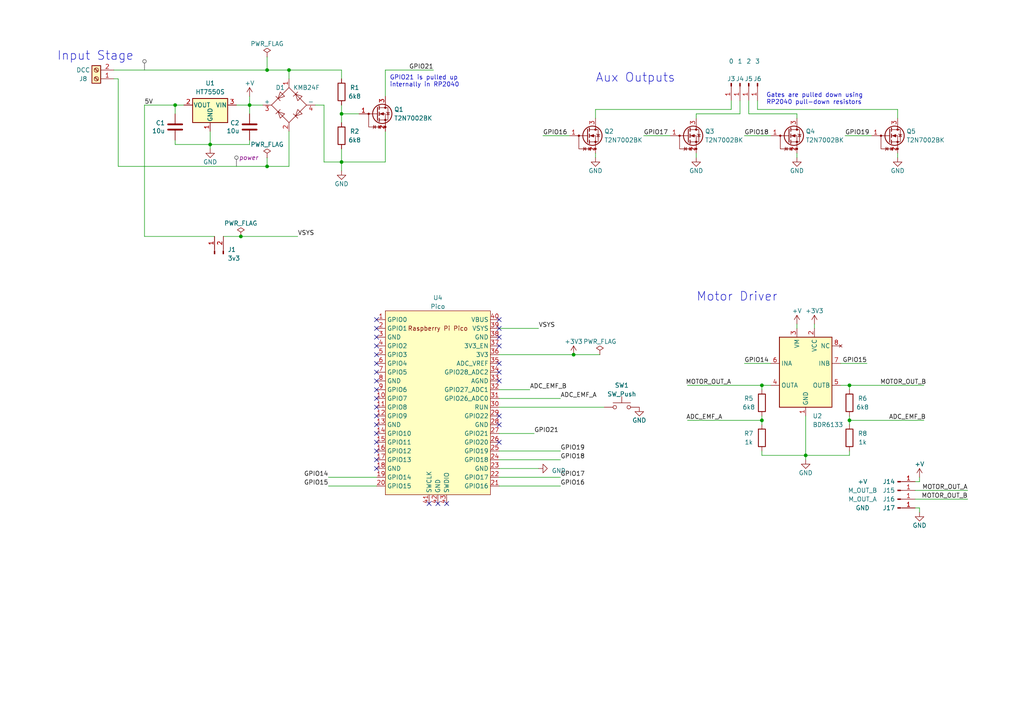
<source format=kicad_sch>
(kicad_sch (version 20230121) (generator eeschema)
  (paper "A4")
  (title_block (title "Pico DCC Decoder") (date "2024-10-26") (rev "1.0"))
  (lib_symbols
    (symbol "+3V3_1" (power) (pin_names (offset 0))
      (property "Value" "+3V3_1" (at 0 3.556 0))
      (symbol "+3V3_1_0_1"
        (polyline (pts (xy -0.762 1.27) (xy 0 2.54)))
        (polyline (pts (xy 0 0) (xy 0 2.54)))
        (polyline (pts (xy 0 2.54) (xy 0.762 1.27)))
      )
      (symbol "+3V3_1_1_1"
        (pin power_in line (at 0 0 90) (length 0) hide (name "+3V3") (number "1"))
      )
    )
    (symbol "Connector:Conn_01x01_Male" (pin_names (offset 1.016) hide)
      (property "Reference" "J" (at 0 2.54 0))
      (property "Value" "Conn_01x01_Male" (at 0 -2.54 0))
      (symbol "Conn_01x01_Male_1_1"
        (polyline (pts (xy 1.27 0) (xy 0.8636 0)) (stroke (width 0.1524)))
        (rectangle (start 0.8636 0.127) (end 0 -0.127) (stroke (width 0.1524)) (fill (type outline)))
        (pin passive line (at 5.08 0 180) (length 3.81) (name "Pin_1") (number "1"))
      )
    )
    (symbol "Connector:Conn_01x02_Pin" (pin_names (offset 1.016) hide)
      (property "Reference" "J" (at 0 2.54 0))
      (property "Value" "Conn_01x02_Pin" (at 0 -5.08 0))
      (symbol "Conn_01x02_Pin_1_1"
        (polyline (pts (xy 1.27 -2.54) (xy 0.8636 -2.54)) (stroke (width 0.1524)))
        (polyline (pts (xy 1.27 0) (xy 0.8636 0)) (stroke (width 0.1524)))
        (rectangle (start 0.8636 -2.413) (end 0 -2.667) (stroke (width 0.1524)) (fill (type outline)))
        (rectangle (start 0.8636 0.127) (end 0 -0.127) (stroke (width 0.1524)) (fill (type outline)))
        (pin passive line (at 5.08 0 180) (length 3.81) (name "Pin_1") (number "1"))
        (pin passive line (at 5.08 -2.54 180) (length 3.81) (name "Pin_2") (number "2"))
      )
    )
    (symbol "Connector:Screw_Terminal_01x02" (pin_names (offset 1.016) hide)
      (property "Reference" "J" (at 0 2.54 0))
      (property "Value" "Screw_Terminal_01x02" (at 0 -5.08 0))
      (symbol "Screw_Terminal_01x02_1_1"
        (rectangle (start -1.27 1.27) (end 1.27 -3.81) (stroke (width 0.254)) (fill (type background)))
        (circle (center 0 -2.54) (radius 0.635) (stroke (width 0.1524)))
        (polyline (pts (xy -0.5334 -2.2098) (xy 0.3302 -3.048)) (stroke (width 0.1524)))
        (polyline (pts (xy -0.5334 0.3302) (xy 0.3302 -0.508)) (stroke (width 0.1524)))
        (polyline (pts (xy -0.3556 -2.032) (xy 0.508 -2.8702)) (stroke (width 0.1524)))
        (polyline (pts (xy -0.3556 0.508) (xy 0.508 -0.3302)) (stroke (width 0.1524)))
        (circle (center 0 0) (radius 0.635) (stroke (width 0.1524)))
        (pin passive line (at -5.08 0 0) (length 3.81) (name "Pin_1") (number "1"))
        (pin passive line (at -5.08 -2.54 0) (length 3.81) (name "Pin_2") (number "2"))
      )
    )
    (symbol "Device:C" (pin_numbers hide) (pin_names (offset 0.254))
      (property "Reference" "C" (at 0.635 2.54 0))
      (property "Value" "C" (at 0.635 -2.54 0))
      (symbol "C_0_1"
        (polyline (pts (xy -2.032 -0.762) (xy 2.032 -0.762)) (stroke (width 0.508)))
        (polyline (pts (xy -2.032 0.762) (xy 2.032 0.762)) (stroke (width 0.508)))
      )
      (symbol "C_1_1"
        (pin passive line (at 0 3.81 270) (length 2.794) (name "~") (number "1"))
        (pin passive line (at 0 -3.81 90) (length 2.794) (name "~") (number "2"))
      )
    )
    (symbol "Device:R" (pin_numbers hide) (pin_names (offset 0))
      (property "Reference" "R" (at 2.032 0 90))
      (property "Value" "R" (at 0 0 90))
      (symbol "R_0_1"
        (rectangle (start -1.016 -2.54) (end 1.016 2.54) (stroke (width 0.254)))
      )
      (symbol "R_1_1"
        (pin passive line (at 0 3.81 270) (length 1.27) (name "~") (number "1"))
        (pin passive line (at 0 -3.81 90) (length 1.27) (name "~") (number "2"))
      )
    )
    (symbol "GND_1" (power) (pin_names (offset 0))
      (property "Value" "GND_1" (at 0 -3.81 0))
      (symbol "GND_1_0_1"
        (polyline (pts (xy 0 0) (xy 0 -1.27) (xy 1.27 -1.27) (xy 0 -2.54) (xy -1.27 -1.27) (xy 0 -1.27)))
      )
      (symbol "GND_1_1_1"
        (pin power_in line (at 0 0 270) (length 0) hide (name "GND") (number "1"))
      )
    )
    (symbol "MCU_RaspberryPi_and_Boards:Pico"
      (property "Reference" "U" (at -13.97 27.94 0))
      (property "Value" "Pico" (at 0 19.05 0))
      (symbol "Pico_0_0"
        (text "Raspberry Pi Pico" (at 0 21.59 0) (effects (font (size 1.27 1.27))))
      )
      (symbol "Pico_0_1"
        (rectangle (start -15.24 26.67) (end 15.24 -26.67) (fill (type background)))
      )
      (symbol "Pico_1_1"
        (pin bidirectional line (at -17.78 24.13 0) (length 2.54) (name "GPIO0") (number "1"))
        (pin bidirectional line (at -17.78 1.27 0) (length 2.54) (name "GPIO7") (number "10"))
        (pin bidirectional line (at -17.78 -1.27 0) (length 2.54) (name "GPIO8") (number "11"))
        (pin bidirectional line (at -17.78 -3.81 0) (length 2.54) (name "GPIO9") (number "12"))
        (pin power_in line (at -17.78 -6.35 0) (length 2.54) (name "GND") (number "13"))
        (pin bidirectional line (at -17.78 -8.89 0) (length 2.54) (name "GPIO10") (number "14"))
        (pin bidirectional line (at -17.78 -11.43 0) (length 2.54) (name "GPIO11") (number "15"))
        (pin bidirectional line (at -17.78 -13.97 0) (length 2.54) (name "GPIO12") (number "16"))
        (pin bidirectional line (at -17.78 -16.51 0) (length 2.54) (name "GPIO13") (number "17"))
        (pin power_in line (at -17.78 -19.05 0) (length 2.54) (name "GND") (number "18"))
        (pin bidirectional line (at -17.78 -21.59 0) (length 2.54) (name "GPIO14") (number "19"))
        (pin bidirectional line (at -17.78 21.59 0) (length 2.54) (name "GPIO1") (number "2"))
        (pin bidirectional line (at -17.78 -24.13 0) (length 2.54) (name "GPIO15") (number "20"))
        (pin bidirectional line (at 17.78 -24.13 180) (length 2.54) (name "GPIO16") (number "21"))
        (pin bidirectional line (at 17.78 -21.59 180) (length 2.54) (name "GPIO17") (number "22"))
        (pin power_in line (at 17.78 -19.05 180) (length 2.54) (name "GND") (number "23"))
        (pin bidirectional line (at 17.78 -16.51 180) (length 2.54) (name "GPIO18") (number "24"))
        (pin bidirectional line (at 17.78 -13.97 180) (length 2.54) (name "GPIO19") (number "25"))
        (pin bidirectional line (at 17.78 -11.43 180) (length 2.54) (name "GPIO20") (number "26"))
        (pin bidirectional line (at 17.78 -8.89 180) (length 2.54) (name "GPIO21") (number "27"))
        (pin power_in line (at 17.78 -6.35 180) (length 2.54) (name "GND") (number "28"))
        (pin bidirectional line (at 17.78 -3.81 180) (length 2.54) (name "GPIO22") (number "29"))
        (pin power_in line (at -17.78 19.05 0) (length 2.54) (name "GND") (number "3"))
        (pin input line (at 17.78 -1.27 180) (length 2.54) (name "RUN") (number "30"))
        (pin bidirectional line (at 17.78 1.27 180) (length 2.54) (name "GPIO26_ADC0") (number "31"))
        (pin bidirectional line (at 17.78 3.81 180) (length 2.54) (name "GPIO27_ADC1") (number "32"))
        (pin power_in line (at 17.78 6.35 180) (length 2.54) (name "AGND") (number "33"))
        (pin bidirectional line (at 17.78 8.89 180) (length 2.54) (name "GPIO28_ADC2") (number "34"))
        (pin power_in line (at 17.78 11.43 180) (length 2.54) (name "ADC_VREF") (number "35"))
        (pin power_in line (at 17.78 13.97 180) (length 2.54) (name "3V3") (number "36"))
        (pin input line (at 17.78 16.51 180) (length 2.54) (name "3V3_EN") (number "37"))
        (pin bidirectional line (at 17.78 19.05 180) (length 2.54) (name "GND") (number "38"))
        (pin power_in line (at 17.78 21.59 180) (length 2.54) (name "VSYS") (number "39"))
        (pin bidirectional line (at -17.78 16.51 0) (length 2.54) (name "GPIO2") (number "4"))
        (pin power_in line (at 17.78 24.13 180) (length 2.54) (name "VBUS") (number "40"))
        (pin input line (at -2.54 -29.21 90) (length 2.54) (name "SWCLK") (number "41"))
        (pin power_in line (at 0 -29.21 90) (length 2.54) (name "GND") (number "42"))
        (pin bidirectional line (at 2.54 -29.21 90) (length 2.54) (name "SWDIO") (number "43"))
        (pin bidirectional line (at -17.78 13.97 0) (length 2.54) (name "GPIO3") (number "5"))
        (pin bidirectional line (at -17.78 11.43 0) (length 2.54) (name "GPIO4") (number "6"))
        (pin bidirectional line (at -17.78 8.89 0) (length 2.54) (name "GPIO5") (number "7"))
        (pin power_in line (at -17.78 6.35 0) (length 2.54) (name "GND") (number "8"))
        (pin bidirectional line (at -17.78 3.81 0) (length 2.54) (name "GPIO6") (number "9"))
      )
    )
    (symbol "RP2040-Decoder_Additional_Symbols:+V" (power) (pin_names (offset 0))
      (property "Value" "+V" (at 0 3.556 0))
      (symbol "+V_0_1"
        (polyline (pts (xy -0.762 1.27) (xy 0 2.54)))
        (polyline (pts (xy 0 0) (xy 0 2.54)))
        (polyline (pts (xy 0 2.54) (xy 0.762 1.27)))
      )
      (symbol "+V_1_1"
        (pin power_in line (at 0 0 90) (length 0) hide (name "+V") (number "1"))
      )
    )
    (symbol "RP2040-Decoder_Additional_Symbols:BDR6133"
      (property "Reference" "U" (at 6.35 11.43 0))
      (property "Value" "BDR6133" (at -10.16 11.43 0))
      (symbol "BDR6133_0_1"
        (rectangle (start -7.62 10.16) (end 7.62 -10.16) (stroke (width 0.254)) (fill (type background)))
      )
      (symbol "BDR6133_1_1"
        (pin power_in line (at 0 -12.7 90) (length 2.54) (name "GND") (number "1"))
        (pin power_in line (at 2.54 12.7 270) (length 2.54) (name "VCC") (number "2"))
        (pin power_in line (at -2.54 12.7 270) (length 2.54) (name "VM") (number "3"))
        (pin output line (at -10.16 -3.81 0) (length 2.54) (name "OUTA") (number "4"))
        (pin output line (at 10.16 -3.81 180) (length 2.54) (name "OUTB") (number "5"))
        (pin input line (at -10.16 2.54 0) (length 2.54) (name "INA") (number "6"))
        (pin input line (at 10.16 2.54 180) (length 2.54) (name "INB") (number "7"))
        (pin no_connect line (at 10.16 7.62 180) (length 2.54) (name "NC") (number "8"))
        (pin passive line (at 0 -12.7 90) (length 2.54) hide (name "GND") (number "9"))
      )
    )
    (symbol "RP2040-Decoder_Additional_Symbols:HT7533S" (pin_names (offset 0.254))
      (property "Reference" "U" (at -3.81 3.175 0))
      (property "Value" "HT7533S" (at 0 3.175 0))
      (symbol "HT7533S_0_1"
        (rectangle (start -5.08 1.905) (end 5.08 -5.08) (stroke (width 0.254)) (fill (type background)))
      )
      (symbol "HT7533S_1_1"
        (pin power_in line (at 0 -7.62 90) (length 2.54) (name "GND") (number "1"))
        (pin power_out line (at 7.62 0 180) (length 2.54) (name "VOUT") (number "2"))
        (pin power_in line (at -7.62 0 0) (length 2.54) (name "VIN") (number "3"))
      )
    )
    (symbol "RP2040-Decoder_Additional_Symbols:KMB24F" (pin_names (offset 0))
      (property "Reference" "D" (at 2.54 6.985 0))
      (property "Value" "KMB24F" (at 2.54 5.08 0))
      (symbol "KMB24F_0_1"
        (polyline (pts (xy -2.54 3.81) (xy -1.27 2.54)))
        (polyline (pts (xy -1.27 -2.54) (xy -2.54 -3.81)))
        (polyline (pts (xy 2.54 -1.27) (xy 3.81 -2.54)))
        (polyline (pts (xy 2.54 1.27) (xy 3.81 2.54)))
        (polyline (pts (xy -3.81 2.54) (xy -2.54 1.27) (xy -1.905 3.175) (xy -3.81 2.54)))
        (polyline (pts (xy -2.54 -1.27) (xy -3.81 -2.54) (xy -1.905 -3.175) (xy -2.54 -1.27)))
        (polyline (pts (xy 1.27 2.54) (xy 2.54 3.81) (xy 3.175 1.905) (xy 1.27 2.54)))
        (polyline (pts (xy 3.175 -1.905) (xy 1.27 -2.54) (xy 2.54 -3.81) (xy 3.175 -1.905)))
        (polyline (pts (xy -5.08 0) (xy 0 -5.08) (xy 5.08 0) (xy 0 5.08) (xy -5.08 0)))
      )
      (symbol "KMB24F_1_1"
        (pin power_in line (at 0 -7.62 90) (length 2.54) (name "~") (number "1"))
        (pin power_in line (at 0 7.62 270) (length 2.54) (name "~") (number "2"))
        (pin power_out line (at 7.62 0 180) (length 2.54) (name "+") (number "3"))
        (pin power_out line (at -7.62 0 0) (length 2.54) (name "-") (number "4"))
      )
    )
    (symbol "RP2040-Decoder_Additional_Symbols:T2N7002BK" (pin_names (offset 0) hide)
      (property "Reference" "Q" (at 5.08 1.905 0))
      (property "Value" "T2N7002BK" (at 5.08 0 0))
      (symbol "T2N7002BK_0_1"
        (polyline (pts (xy 2.54 -3.81) (xy -2.286 -3.81) (xy -2.286 0)))
      )
      (symbol "T2N7002BK_1_1"
        (circle (center -2.286 0) (radius 0.254) (fill (type outline)))
        (polyline (pts (xy 0.254 0) (xy -2.54 0)))
        (polyline (pts (xy 0.254 1.905) (xy 0.254 -1.905)) (stroke (width 0.254)))
        (polyline (pts (xy 0.762 -1.27) (xy 0.762 -2.286)) (stroke (width 0.254)))
        (polyline (pts (xy 0.762 0.508) (xy 0.762 -0.508)) (stroke (width 0.254)))
        (polyline (pts (xy 0.762 2.286) (xy 0.762 1.27)) (stroke (width 0.254)))
        (polyline (pts (xy 2.54 2.54) (xy 2.54 1.778)))
        (polyline (pts (xy 2.54 -2.54) (xy 2.54 0) (xy 0.762 0)))
        (polyline (pts (xy -1.016 -4.318) (xy -0.889 -4.191) (xy -0.889 -3.429) (xy -0.762 -3.302)))
        (polyline (pts (xy -0.889 -3.81) (xy -0.254 -4.191) (xy -0.254 -3.429) (xy -0.889 -3.81)))
        (polyline (pts (xy 0.762 -1.778) (xy 3.302 -1.778) (xy 3.302 1.778) (xy 0.762 1.778)))
        (polyline (pts (xy 1.016 0) (xy 2.032 0.381) (xy 2.032 -0.381) (xy 1.016 0)) (fill (type outline)))
        (polyline (pts (xy 1.143 -3.81) (xy 0.508 -3.429) (xy 0.508 -4.191) (xy 1.143 -3.81)))
        (polyline (pts (xy 1.27 -3.302) (xy 1.143 -3.429) (xy 1.143 -4.191) (xy 1.016 -4.318)))
        (polyline (pts (xy 2.794 0.508) (xy 2.921 0.381) (xy 3.683 0.381) (xy 3.81 0.254)))
        (polyline (pts (xy 3.302 0.381) (xy 2.921 -0.254) (xy 3.683 -0.254) (xy 3.302 0.381)))
        (circle (center 1.651 0) (radius 2.794) (stroke (width 0.254)))
        (circle (center 2.54 -3.81) (radius 0.254) (fill (type outline)))
        (circle (center 2.54 -1.778) (radius 0.254) (fill (type outline)))
        (circle (center 2.54 1.778) (radius 0.254) (fill (type outline)))
        (pin input line (at -5.08 0 0) (length 2.54) (name "G") (number "1"))
        (pin passive line (at 2.54 -5.08 90) (length 2.54) (name "S") (number "2"))
        (pin passive line (at 2.54 5.08 270) (length 2.54) (name "D") (number "3"))
      )
    )
    (symbol "Switch:SW_Push" (pin_numbers hide) (pin_names (offset 1.016) hide)
      (property "Reference" "SW" (at 1.27 2.54 0))
      (property "Value" "SW_Push" (at 0 -1.524 0))
      (symbol "SW_Push_0_1"
        (circle (center -2.032 0) (radius 0.508))
        (polyline (pts (xy 0 1.27) (xy 0 3.048)))
        (polyline (pts (xy 2.54 1.27) (xy -2.54 1.27)))
        (circle (center 2.032 0) (radius 0.508))
        (pin passive line (at -5.08 0 0) (length 2.54) (name "1") (number "1"))
        (pin passive line (at 5.08 0 180) (length 2.54) (name "2") (number "2"))
      )
    )
    (symbol "power:+3V3" (power) (pin_names (offset 0))
      (property "Value" "+3V3" (at 0 3.556 0))
      (symbol "+3V3_0_1"
        (polyline (pts (xy -0.762 1.27) (xy 0 2.54)))
        (polyline (pts (xy 0 0) (xy 0 2.54)))
        (polyline (pts (xy 0 2.54) (xy 0.762 1.27)))
      )
      (symbol "+3V3_1_1"
        (pin power_in line (at 0 0 90) (length 0) hide (name "+3V3") (number "1"))
      )
    )
    (symbol "power:GND" (power) (pin_names (offset 0))
      (property "Value" "GND" (at 0 -3.81 0))
      (symbol "GND_0_1"
        (polyline (pts (xy 0 0) (xy 0 -1.27) (xy 1.27 -1.27) (xy 0 -2.54) (xy -1.27 -1.27) (xy 0 -1.27)))
      )
      (symbol "GND_1_1"
        (pin power_in line (at 0 0 270) (length 0) hide (name "GND") (number "1"))
      )
    )
    (symbol "power:PWR_FLAG" (power) (pin_numbers hide) (pin_names (offset 0) hide)
      (property "Value" "PWR_FLAG" (at 0 3.81 0))
      (symbol "PWR_FLAG_0_0"
        (pin power_out line (at 0 0 90) (length 0) (name "pwr") (number "1"))
      )
      (symbol "PWR_FLAG_0_1"
        (polyline (pts (xy 0 0) (xy 0 1.27) (xy -1.016 1.905) (xy 0 2.54) (xy 1.016 1.905) (xy 0 1.27)))
      )
    )
  )
  (junction (at 233.68 132.08))
  (junction (at 99.06 46.99))
  (junction (at 83.82 20.32))
  (junction (at 166.37 102.87))
  (junction (at 60.96 41.91))
  (junction (at 246.38 111.76))
  (junction (at 99.06 33.02))
  (junction (at 77.47 20.32))
  (junction (at 77.47 48.26))
  (junction (at 50.8 30.48))
  (junction (at 246.38 121.92))
  (junction (at 69.85 68.58))
  (junction (at 220.98 121.92))
  (junction (at 220.98 111.76))
  (junction (at 72.39 30.48))
  (no_connect (at 109.22 113.03))
  (no_connect (at 109.22 133.35))
  (no_connect (at 109.22 123.19))
  (no_connect (at 109.22 95.25))
  (no_connect (at 109.22 92.71))
  (no_connect (at 144.78 107.95))
  (no_connect (at 109.22 97.79))
  (no_connect (at 144.78 100.33))
  (no_connect (at 144.78 95.25))
  (no_connect (at 109.22 128.27))
  (no_connect (at 109.22 130.81))
  (no_connect (at 109.22 102.87))
  (no_connect (at 144.78 123.19))
  (no_connect (at 109.22 118.11))
  (no_connect (at 109.22 115.57))
  (no_connect (at 144.78 97.79))
  (no_connect (at 124.46 146.05))
  (no_connect (at 109.22 105.41))
  (no_connect (at 109.22 110.49))
  (no_connect (at 109.22 135.89))
  (no_connect (at 144.78 110.49))
  (no_connect (at 144.78 92.71))
  (no_connect (at 109.22 125.73))
  (no_connect (at 144.78 128.27))
  (no_connect (at 127 146.05))
  (no_connect (at 144.78 120.65))
  (no_connect (at 129.54 146.05))
  (no_connect (at 109.22 107.95))
  (no_connect (at 109.22 120.65))
  (no_connect (at 109.22 100.33))
  (no_connect (at 144.78 105.41))
  (wire (pts (xy 246.38 113.03) (xy 246.38 111.76)))
  (wire (pts (xy 233.68 132.08) (xy 220.98 132.08)))
  (wire (pts (xy 260.35 44.45) (xy 260.35 45.72)))
  (wire (pts (xy 34.29 48.26) (xy 77.47 48.26)))
  (wire (pts (xy 157.48 39.37) (xy 165.1 39.37)))
  (wire (pts (xy 215.9 39.37) (xy 223.52 39.37)))
  (wire (pts (xy 199.39 121.92) (xy 220.98 121.92)))
  (wire (pts (xy 41.91 30.48) (xy 41.91 68.58)))
  (wire (pts (xy 60.96 41.91) (xy 72.39 41.91)))
  (wire (pts (xy 233.68 132.08) (xy 233.68 133.35)))
  (wire (pts (xy 144.78 130.81) (xy 162.56 130.81)))
  (wire (pts (xy 34.29 48.26) (xy 34.29 22.86)))
  (wire (pts (xy 144.78 125.73) (xy 154.94 125.73)))
  (wire (pts (xy 214.63 29.21) (xy 214.63 33.02)))
  (wire (pts (xy 172.72 44.45) (xy 172.72 45.72)))
  (wire (pts (xy 266.7 147.32) (xy 266.7 148.59)))
  (wire (pts (xy 231.14 33.02) (xy 231.14 34.29)))
  (wire (pts (xy 33.02 20.32) (xy 77.47 20.32)))
  (wire (pts (xy 220.98 111.76) (xy 223.52 111.76)))
  (wire (pts (xy 144.78 135.89) (xy 156.21 135.89)))
  (wire (pts (xy 215.9 105.41) (xy 223.52 105.41)))
  (wire (pts (xy 34.29 22.86) (xy 33.02 22.86)))
  (wire (pts (xy 243.84 105.41) (xy 251.46 105.41)))
  (wire (pts (xy 99.06 33.02) (xy 104.14 33.02)))
  (wire (pts (xy 144.78 95.25) (xy 156.21 95.25)))
  (wire (pts (xy 99.06 46.99) (xy 111.76 46.99)))
  (wire (pts (xy 72.39 30.48) (xy 68.58 30.48)))
  (wire (pts (xy 220.98 130.81) (xy 220.98 132.08)))
  (wire (pts (xy 144.78 102.87) (xy 166.37 102.87)))
  (wire (pts (xy 99.06 43.18) (xy 99.06 46.99)))
  (wire (pts (xy 93.98 30.48) (xy 93.98 46.99)))
  (wire (pts (xy 144.78 138.43) (xy 162.56 138.43)))
  (wire (pts (xy 201.93 33.02) (xy 214.63 33.02)))
  (wire (pts (xy 220.98 121.92) (xy 220.98 120.65)))
  (wire (pts (xy 76.2 30.48) (xy 72.39 30.48)))
  (wire (pts (xy 144.78 113.03) (xy 153.67 113.03)))
  (wire (pts (xy 50.8 30.48) (xy 53.34 30.48)))
  (wire (pts (xy 72.39 30.48) (xy 72.39 27.94)))
  (wire (pts (xy 265.43 147.32) (xy 266.7 147.32)))
  (wire (pts (xy 212.09 29.21) (xy 212.09 31.75)))
  (wire (pts (xy 83.82 20.32) (xy 99.06 20.32)))
  (wire (pts (xy 60.96 41.91) (xy 50.8 41.91)))
  (wire (pts (xy 50.8 40.64) (xy 50.8 41.91)))
  (wire (pts (xy 50.8 30.48) (xy 50.8 33.02)))
  (wire (pts (xy 212.09 31.75) (xy 172.72 31.75)))
  (wire (pts (xy 186.69 39.37) (xy 194.31 39.37)))
  (wire (pts (xy 246.38 111.76) (xy 267.97 111.76)))
  (wire (pts (xy 220.98 123.19) (xy 220.98 121.92)))
  (wire (pts (xy 95.25 138.43) (xy 109.22 138.43)))
  (wire (pts (xy 246.38 121.92) (xy 246.38 120.65)))
  (wire (pts (xy 77.47 48.26) (xy 83.82 48.26)))
  (wire (pts (xy 201.93 44.45) (xy 201.93 45.72)))
  (wire (pts (xy 266.7 138.43) (xy 266.7 139.7)))
  (wire (pts (xy 219.71 29.21) (xy 219.71 31.75)))
  (wire (pts (xy 144.78 115.57) (xy 162.56 115.57)))
  (wire (pts (xy 99.06 20.32) (xy 99.06 22.86)))
  (wire (pts (xy 60.96 41.91) (xy 60.96 43.18)))
  (wire (pts (xy 236.22 93.98) (xy 236.22 95.25)))
  (wire (pts (xy 199.39 111.76) (xy 220.98 111.76)))
  (wire (pts (xy 246.38 121.92) (xy 246.38 123.19)))
  (wire (pts (xy 246.38 111.76) (xy 243.84 111.76)))
  (wire (pts (xy 260.35 31.75) (xy 260.35 34.29)))
  (wire (pts (xy 83.82 38.1) (xy 83.82 48.26)))
  (wire (pts (xy 144.78 118.11) (xy 175.26 118.11)))
  (wire (pts (xy 166.37 102.87) (xy 173.99 102.87)))
  (wire (pts (xy 144.78 133.35) (xy 162.56 133.35)))
  (wire (pts (xy 95.25 140.97) (xy 109.22 140.97)))
  (wire (pts (xy 280.67 144.78) (xy 265.43 144.78)))
  (wire (pts (xy 172.72 31.75) (xy 172.72 34.29)))
  (wire (pts (xy 266.7 139.7) (xy 265.43 139.7)))
  (wire (pts (xy 246.38 121.92) (xy 267.97 121.92)))
  (wire (pts (xy 99.06 33.02) (xy 99.06 35.56)))
  (wire (pts (xy 245.11 39.37) (xy 252.73 39.37)))
  (wire (pts (xy 111.76 38.1) (xy 111.76 46.99)))
  (wire (pts (xy 219.71 31.75) (xy 260.35 31.75)))
  (wire (pts (xy 201.93 34.29) (xy 201.93 33.02)))
  (wire (pts (xy 41.91 30.48) (xy 50.8 30.48)))
  (wire (pts (xy 231.14 44.45) (xy 231.14 45.72)))
  (wire (pts (xy 91.44 30.48) (xy 93.98 30.48)))
  (wire (pts (xy 41.91 68.58) (xy 62.23 68.58)))
  (wire (pts (xy 77.47 20.32) (xy 83.82 20.32)))
  (wire (pts (xy 217.17 33.02) (xy 231.14 33.02)))
  (wire (pts (xy 93.98 46.99) (xy 99.06 46.99)))
  (wire (pts (xy 72.39 30.48) (xy 72.39 33.02)))
  (wire (pts (xy 220.98 113.03) (xy 220.98 111.76)))
  (wire (pts (xy 231.14 93.98) (xy 231.14 95.25)))
  (wire (pts (xy 280.67 142.24) (xy 265.43 142.24)))
  (wire (pts (xy 77.47 16.51) (xy 77.47 20.32)))
  (wire (pts (xy 64.77 68.58) (xy 69.85 68.58)))
  (wire (pts (xy 144.78 140.97) (xy 162.56 140.97)))
  (wire (pts (xy 83.82 22.86) (xy 83.82 20.32)))
  (wire (pts (xy 72.39 40.64) (xy 72.39 41.91)))
  (wire (pts (xy 217.17 29.21) (xy 217.17 33.02)))
  (wire (pts (xy 60.96 38.1) (xy 60.96 41.91)))
  (wire (pts (xy 111.76 20.32) (xy 111.76 27.94)))
  (wire (pts (xy 233.68 120.65) (xy 233.68 132.08)))
  (wire (pts (xy 69.85 68.58) (xy 86.36 68.58)))
  (wire (pts (xy 99.06 46.99) (xy 99.06 49.53)))
  (wire (pts (xy 77.47 45.72) (xy 77.47 48.26)))
  (wire (pts (xy 111.76 20.32) (xy 125.73 20.32)))
  (wire (pts (xy 246.38 130.81) (xy 246.38 132.08)))
  (wire (pts (xy 99.06 30.48) (xy 99.06 33.02)))
  (wire (pts (xy 233.68 132.08) (xy 246.38 132.08)))
  (text "Gates are pulled down using\nRP2040 pull-down resistors" (at 222.25 30.48 0) (effects (font (size 1.27 1.27)) (justify left bottom)))
  (text "Motor Driver" (at 201.93 87.63 0) (effects (font (size 2.54 2.54)) (justify left bottom)))
  (text "GPIO21 is pulled up\ninternally in RP2040" (at 113.03 25.4 0) (effects (font (size 1.27 1.27)) (justify left bottom)))
  (text "Aux Outputs" (at 172.72 24.13 0) (effects (font (size 2.54 2.54)) (justify left bottom)))
  (text "Input Stage" (at 16.51 17.78 0) (effects (font (size 2.54 2.54)) (justify left bottom)))
  (label "MOTOR_OUT_B" (at 255.27 111.76 0))
  (label "GPIO19" (at 245.11 39.37 0))
  (label "ADC_EMF_A" (at 209.55 121.92 180))
  (label "GPIO21" (at 125.73 20.32 180))
  (label "VSYS" (at 156.21 95.25 0))
  (label "GPIO14" (at 95.25 138.43 180))
  (label "GPIO14" (at 215.9 105.41 0))
  (label "GPIO21" (at 154.94 125.73 0))
  (label "GPIO16" (at 157.48 39.37 0))
  (label "GPIO18" (at 215.9 39.37 0))
  (label "5V" (at 41.91 30.48 0))
  (label "GPIO15" (at 95.25 140.97 180))
  (label "MOTOR_OUT_A" (at 280.67 142.24 180))
  (label "VSYS" (at 86.36 68.58 0))
  (label "GPIO19" (at 162.56 130.81 0))
  (label "ADC_EMF_B" (at 153.67 113.03 0))
  (label "GPIO17" (at 162.56 138.43 0))
  (label "GPIO15" (at 251.46 105.41 180))
  (label "GPIO16" (at 162.56 140.97 0))
  (label "MOTOR_OUT_A" (at 212.09 111.76 180))
  (label "ADC_EMF_B" (at 257.81 121.92 0))
  (label "ADC_EMF_A" (at 162.56 115.57 0))
  (label "GPIO18" (at 162.56 133.35 0))
  (label "MOTOR_OUT_B" (at 280.67 144.78 180))
  (label "GPIO17" (at 186.69 39.37 0))
  (netclass_flag "" (length 2.54) (shape round) (at 41.91 20.32 0) (property "Netclass" "power" (effects hide)))
  (netclass_flag "" (length 2.54) (shape round) (at 68.58 48.26 0) (property "Netclass" "power" (at 69.2785 45.72 0) (effects (font italic) (justify left))))
  (symbol (lib_id "Device:C") (at 72.39 36.83 0) (mirror y) (unit 1)
    (property "Reference" "C2" (at 69.469 35.6616 0) (effects (justify left)))
    (property "Value" "10u" (at 69.469 37.973 0) (effects (justify left)))
    (property "Footprint" "Capacitor_SMD:C_1206_3216Metric_Pad1.33x1.80mm_HandSolder" (effects hide))
  )
  (symbol (lib_id "Device:C") (at 50.8 36.83 0) (mirror y) (unit 1)
    (property "Reference" "C1" (at 47.879 35.6616 0) (effects (justify left)))
    (property "Value" "10u" (at 47.879 37.973 0) (effects (justify left)))
    (property "Footprint" "Capacitor_SMD:C_1206_3216Metric_Pad1.33x1.80mm_HandSolder" (effects hide))
  )
  (symbol (lib_id "Device:R") (at 246.38 116.84 180) (unit 1)
    (property "Reference" "R6" (at 250.19 115.57 0))
    (property "Value" "6k8" (at 250.19 118.11 0))
    (property "Footprint" "Resistor_SMD:R_1206_3216Metric_Pad1.30x1.75mm_HandSolder" (effects hide))
  )
  (symbol (lib_id "Device:R") (at 246.38 127 180) (unit 1)
    (property "Reference" "R8" (at 250.19 125.73 0))
    (property "Value" "1k" (at 250.19 128.27 0))
    (property "Footprint" "Resistor_SMD:R_1206_3216Metric_Pad1.30x1.75mm_HandSolder" (effects hide))
  )
  (symbol (lib_id "Device:R") (at 220.98 127 180) (unit 1)
    (property "Reference" "R7" (at 217.17 125.73 0))
    (property "Value" "1k" (at 217.17 128.27 0))
    (property "Footprint" "Resistor_SMD:R_1206_3216Metric_Pad1.30x1.75mm_HandSolder" (effects hide))
  )
  (symbol (lib_id "Device:R") (at 220.98 116.84 180) (unit 1)
    (property "Reference" "R5" (at 217.17 115.57 0))
    (property "Value" "6k8" (at 217.17 118.11 0))
    (property "Footprint" "Resistor_SMD:R_1206_3216Metric_Pad1.30x1.75mm_HandSolder" (effects hide))
  )
  (symbol (lib_id "Device:R") (at 99.06 39.37 180) (unit 1)
    (property "Reference" "R2" (at 102.87 38.1 0))
    (property "Value" "6k8" (at 102.87 40.64 0))
    (property "Footprint" "Resistor_SMD:R_1206_3216Metric_Pad1.30x1.75mm_HandSolder" (effects hide))
  )
  (symbol (lib_id "power:GND") (at 266.7 148.59 0) (mirror y) (unit 1)
    (property "Reference" "#PWR021" (effects hide))
    (property "Value" "GND" (at 266.7 152.4 0))
  )
  (symbol (lib_id "MCU_RaspberryPi_and_Boards:Pico") (at 127 116.84 0) (unit 1)
    (property "Reference" "U4" (at 127 86.36 0))
    (property "Value" "Pico" (at 127 88.9 0))
    (property "Footprint" "MCU_RaspberryPi_and_Boards:RP2040Pico" (effects hide))
  )
  (symbol (lib_id "Connector:Conn_01x01_Male") (at 217.17 24.13 270) (unit 1)
    (property "Reference" "J5" (at 217.17 22.86 90))
    (property "Value" "2" (at 217.17 17.78 90))
    (property "Footprint" "TestPoint:TestPoint_Pad_D2.0mm" (effects hide))
  )
  (symbol (lib_id "power:PWR_FLAG") (at 69.85 68.58 0) (unit 1)
    (property "Reference" "#FLG05" (effects hide))
    (property "Value" "PWR_FLAG" (at 69.85 64.77 0))
  )
  (symbol (lib_id "Switch:SW_Push") (at 180.34 118.11 0) (unit 1)
    (property "Reference" "SW1" (at 180.34 111.76 0))
    (property "Value" "SW_Push" (at 180.34 114.3 0))
    (property "Footprint" "Button_Switch_SMD:SW_Tactile_SPST_NO_Straight_CK_PTS636Sx25SMTRLFS" (effects hide))
  )
  (symbol (lib_id "Connector:Screw_Terminal_01x02") (at 27.94 22.86 180) (unit 1)
    (property "Reference" "J8" (at 24.13 22.86 0))
    (property "Value" "DCC" (at 24.13 20.32 0))
    (property "Footprint" "TerminalBlock_Phoenix:TerminalBlock_Phoenix_PT-1,5-2-3.5-H_1x02_P3.50mm_Horizontal" (effects hide))
  )
  (symbol (lib_name "GND_1") (lib_id "power:GND") (at 156.21 135.89 90) (unit 1)
    (property "Reference" "#PWR01" (effects hide))
    (property "Value" "GND" (at 160.02 136.525 90) (effects (justify right)))
  )
  (symbol (lib_id "RP2040-Decoder_Additional_Symbols:T2N7002BK") (at 109.22 33.02 0) (unit 1)
    (property "Reference" "Q1" (at 114.3 31.75 0) (effects (justify left)))
    (property "Value" "T2N7002BK" (at 114.3 34.29 0) (effects (justify left)))
    (property "Footprint" "Package_TO_SOT_SMD:SOT-23" (effects hide))
    (property "Datasheet" "https://datasheet.lcsc.com/lcsc/1810271831_TOSHIBA-T2N7002BK-LM_C146372.pdf" (effects hide))
  )
  (symbol (lib_id "power:GND") (at 233.68 133.35 0) (unit 1)
    (property "Reference" "#PWR019" (effects hide))
    (property "Value" "GND" (at 233.68 137.16 0))
  )
  (symbol (lib_id "RP2040-Decoder_Additional_Symbols:HT7533S") (at 60.96 30.48 0) (mirror y) (unit 1)
    (property "Reference" "U1" (at 60.96 24.13 0))
    (property "Value" "HT7550S" (at 60.96 26.67 0))
    (property "Footprint" "Package_TO_SOT_SMD:SOT-23" (effects hide))
    (property "Datasheet" "https://datasheet.lcsc.com/lcsc/2311091732_UMW-Youtai-Semiconductor-Co---Ltd--HT7533S_C347215.pdf" (effects hide))
  )
  (symbol (lib_id "Device:R") (at 99.06 26.67 180) (unit 1)
    (property "Reference" "R1" (at 102.87 25.4 0))
    (property "Value" "6k8" (at 102.87 27.94 0))
    (property "Footprint" "Resistor_SMD:R_1206_3216Metric_Pad1.30x1.75mm_HandSolder" (effects hide))
  )
  (symbol (lib_id "power:GND") (at 260.35 45.72 0) (unit 1)
    (property "Reference" "#PWR07" (effects hide))
    (property "Value" "GND" (at 260.35 49.53 0))
  )
  (symbol (lib_id "RP2040-Decoder_Additional_Symbols:T2N7002BK") (at 228.6 39.37 0) (unit 1)
    (property "Reference" "Q4" (at 233.68 38.1 0) (effects (justify left)))
    (property "Value" "T2N7002BK" (at 233.68 40.64 0) (effects (justify left)))
    (property "Footprint" "Package_TO_SOT_SMD:SOT-23" (effects hide))
    (property "Datasheet" "https://datasheet.lcsc.com/lcsc/1810271831_TOSHIBA-T2N7002BK-LM_C146372.pdf" (effects hide))
  )
  (symbol (lib_id "Connector:Conn_01x01_Male") (at 260.35 147.32 0) (unit 1)
    (property "Reference" "J17" (at 257.81 147.32 0))
    (property "Value" "GND" (at 250.19 147.32 0))
    (property "Footprint" "TestPoint:TestPoint_Pad_D2.0mm" (effects hide))
  )
  (symbol (lib_id "Connector:Conn_01x01_Male") (at 212.09 24.13 270) (unit 1)
    (property "Reference" "J3" (at 212.09 22.86 90))
    (property "Value" "0" (at 212.09 17.78 90))
    (property "Footprint" "TestPoint:TestPoint_Pad_D2.0mm" (effects hide))
  )
  (symbol (lib_id "power:PWR_FLAG") (at 77.47 16.51 0) (unit 1)
    (property "Reference" "#FLG02" (effects hide))
    (property "Value" "PWR_FLAG" (at 77.47 12.7 0))
  )
  (symbol (lib_id "power:GND") (at 201.93 45.72 0) (unit 1)
    (property "Reference" "#PWR05" (effects hide))
    (property "Value" "GND" (at 201.93 49.53 0))
  )
  (symbol (lib_id "RP2040-Decoder_Additional_Symbols:T2N7002BK") (at 170.18 39.37 0) (unit 1)
    (property "Reference" "Q2" (at 175.26 38.1 0) (effects (justify left)))
    (property "Value" "T2N7002BK" (at 175.26 40.64 0) (effects (justify left)))
    (property "Footprint" "Package_TO_SOT_SMD:SOT-23" (effects hide))
    (property "Datasheet" "https://datasheet.lcsc.com/lcsc/1810271831_TOSHIBA-T2N7002BK-LM_C146372.pdf" (effects hide))
  )
  (symbol (lib_id "power:PWR_FLAG") (at 173.99 102.87 0) (unit 1)
    (property "Reference" "#FLG04" (effects hide))
    (property "Value" "PWR_FLAG" (at 173.99 99.06 0))
  )
  (symbol (lib_id "power:GND") (at 60.96 43.18 0) (unit 1)
    (property "Reference" "#PWR03" (effects hide))
    (property "Value" "GND" (at 60.96 46.99 0))
  )
  (symbol (lib_id "Connector:Conn_01x01_Male") (at 260.35 142.24 0) (unit 1)
    (property "Reference" "J15" (at 257.81 142.24 0))
    (property "Value" "M_OUT_B" (at 250.19 142.24 0))
    (property "Footprint" "TestPoint:TestPoint_Pad_D2.0mm" (effects hide))
  )
  (symbol (lib_id "Connector:Conn_01x02_Pin") (at 62.23 73.66 90) (unit 1)
    (property "Reference" "J1" (at 66.04 72.39 90) (effects (justify right)))
    (property "Value" "3v3" (at 66.04 74.93 90) (effects (justify right)))
    (property "Footprint" "Connector_PinHeader_2.54mm:PinHeader_1x02_P2.54mm_Vertical" (effects hide))
  )
  (symbol (lib_id "power:PWR_FLAG") (at 77.47 45.72 0) (unit 1)
    (property "Reference" "#FLG01" (effects hide))
    (property "Value" "PWR_FLAG" (at 77.47 41.91 0))
  )
  (symbol (lib_id "power:GND") (at 185.42 118.11 0) (unit 1)
    (property "Reference" "#PWR023" (effects hide))
    (property "Value" "GND" (at 185.42 121.92 0))
  )
  (symbol (lib_id "RP2040-Decoder_Additional_Symbols:+V") (at 72.39 27.94 0) (unit 1)
    (property "Reference" "#PWR02" (effects hide))
    (property "Value" "+V" (at 72.39 24.13 0))
  )
  (symbol (lib_id "RP2040-Decoder_Additional_Symbols:T2N7002BK") (at 257.81 39.37 0) (unit 1)
    (property "Reference" "Q5" (at 262.89 38.1 0) (effects (justify left)))
    (property "Value" "T2N7002BK" (at 262.89 40.64 0) (effects (justify left)))
    (property "Footprint" "Package_TO_SOT_SMD:SOT-23" (effects hide))
    (property "Datasheet" "https://datasheet.lcsc.com/lcsc/1810271831_TOSHIBA-T2N7002BK-LM_C146372.pdf" (effects hide))
  )
  (symbol (lib_id "Connector:Conn_01x01_Male") (at 219.71 24.13 270) (unit 1)
    (property "Reference" "J6" (at 219.71 22.86 90))
    (property "Value" "3" (at 219.71 17.78 90))
    (property "Footprint" "TestPoint:TestPoint_Pad_D2.0mm" (effects hide))
  )
  (symbol (lib_name "+3V3_1") (lib_id "power:+3V3") (at 166.37 102.87 0) (unit 1)
    (property "Reference" "#PWR09" (effects hide))
    (property "Value" "+3V3" (at 166.37 99.06 0))
  )
  (symbol (lib_id "power:+3V3") (at 236.22 93.98 0) (mirror y) (unit 1)
    (property "Reference" "#PWR015" (effects hide))
    (property "Value" "+3V3" (at 236.22 90.17 0))
  )
  (symbol (lib_id "power:GND") (at 172.72 45.72 0) (unit 1)
    (property "Reference" "#PWR04" (effects hide))
    (property "Value" "GND" (at 172.72 49.53 0))
  )
  (symbol (lib_id "RP2040-Decoder_Additional_Symbols:T2N7002BK") (at 199.39 39.37 0) (unit 1)
    (property "Reference" "Q3" (at 204.47 38.1 0) (effects (justify left)))
    (property "Value" "T2N7002BK" (at 204.47 40.64 0) (effects (justify left)))
    (property "Footprint" "Package_TO_SOT_SMD:SOT-23" (effects hide))
    (property "Datasheet" "https://datasheet.lcsc.com/lcsc/1810271831_TOSHIBA-T2N7002BK-LM_C146372.pdf" (effects hide))
  )
  (symbol (lib_id "Connector:Conn_01x01_Male") (at 214.63 24.13 270) (unit 1)
    (property "Reference" "J4" (at 214.63 22.86 90))
    (property "Value" "1" (at 214.63 17.78 90))
    (property "Footprint" "TestPoint:TestPoint_Pad_D2.0mm" (effects hide))
  )
  (symbol (lib_id "RP2040-Decoder_Additional_Symbols:+V") (at 231.14 93.98 0) (unit 1)
    (property "Reference" "#PWR014" (effects hide))
    (property "Value" "+V" (at 231.14 90.17 0))
  )
  (symbol (lib_id "power:GND") (at 99.06 49.53 0) (mirror y) (unit 1)
    (property "Reference" "#PWR08" (effects hide))
    (property "Value" "GND" (at 99.06 53.34 0))
  )
  (symbol (lib_id "RP2040-Decoder_Additional_Symbols:KMB24F") (at 83.82 30.48 180) (unit 1)
    (property "Reference" "D1" (at 81.28 25.4 0))
    (property "Value" "KMB24F" (at 88.9 25.4 0))
    (property "Footprint" "Package_TO_SOT_SMD:TO-269AA" (effects hide))
    (property "Datasheet" "https://datasheet.lcsc.com/lcsc/2010151636_FUXINSEMI-KMB24F_C880910.pdf" (effects hide))
    (property "Comment" "TO-269AA = MBS" (effects hide))
  )
  (symbol (lib_id "RP2040-Decoder_Additional_Symbols:+V") (at 266.7 138.43 0) (unit 1)
    (property "Reference" "#PWR020" (effects hide))
    (property "Value" "+V" (at 266.7 134.62 0))
  )
  (symbol (lib_id "power:GND") (at 231.14 45.72 0) (unit 1)
    (property "Reference" "#PWR06" (effects hide))
    (property "Value" "GND" (at 231.14 49.53 0))
  )
  (symbol (lib_id "Connector:Conn_01x01_Male") (at 260.35 139.7 0) (unit 1)
    (property "Reference" "J14" (at 257.81 139.7 0))
    (property "Value" "+V" (at 250.19 139.7 0))
    (property "Footprint" "TestPoint:TestPoint_Pad_D2.0mm" (effects hide))
  )
  (symbol (lib_id "Connector:Conn_01x01_Male") (at 260.35 144.78 0) (unit 1)
    (property "Reference" "J16" (at 257.81 144.78 0))
    (property "Value" "M_OUT_A" (at 250.19 144.78 0))
    (property "Footprint" "TestPoint:TestPoint_Pad_D2.0mm" (effects hide))
  )
  (symbol (lib_id "RP2040-Decoder_Additional_Symbols:BDR6133") (at 233.68 107.95 0) (unit 1)
    (property "Reference" "U2" (at 235.6994 120.65 0) (effects (justify left)))
    (property "Value" "BDR6133" (at 235.6994 123.19 0) (effects (justify left)))
    (property "Footprint" "RP2040-Decoder_Additional_Footprints:SOIC-8-1EP_3.9x4.9mm_P1.27mm_EP2.41x3.3mm_ThermalVias" (effects hide))
    (property "Datasheet" "https://datasheet.lcsc.com/lcsc/2101211904_Bardeen-Micro--BDR6133_C2687793.pdf" (effects hide))
  )
)
</source>
